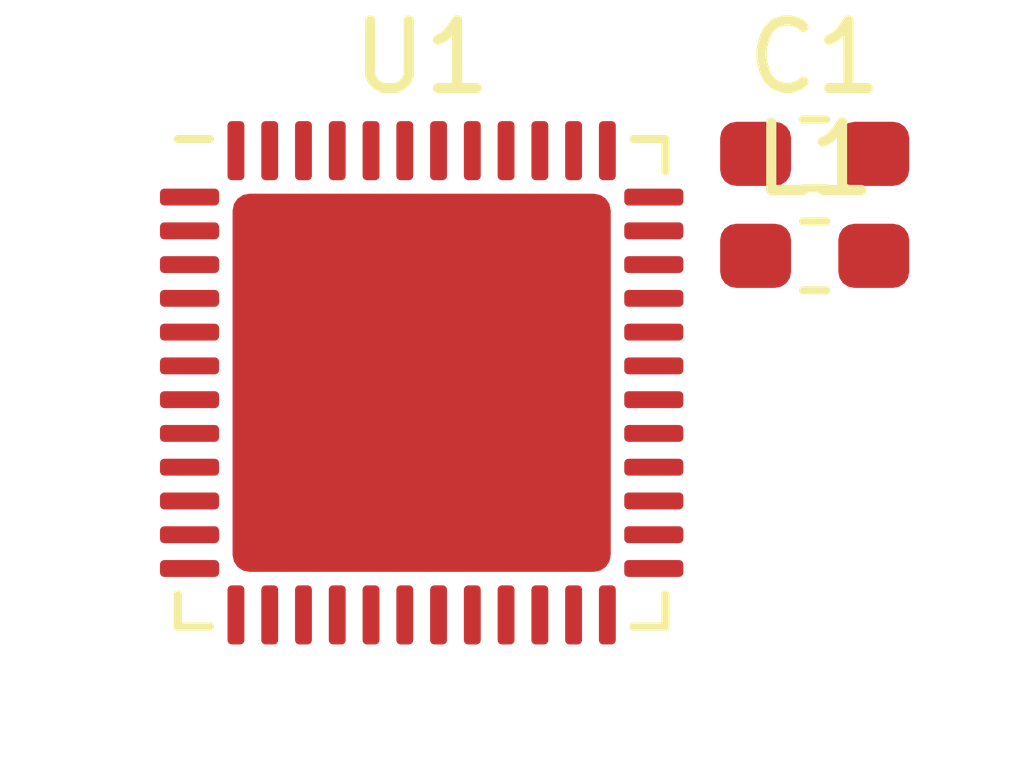
<source format=kicad_pcb>
(kicad_pcb (version 20171130) (host pcbnew 5.0.2-bee76a0~70~ubuntu18.04.1)

  (general
    (thickness 1.6)
    (drawings 0)
    (tracks 0)
    (zones 0)
    (modules 3)
    (nets 2)
  )

  (page A4)
  (layers
    (0 F.Cu signal)
    (31 B.Cu signal)
    (32 B.Adhes user)
    (33 F.Adhes user)
    (34 B.Paste user)
    (35 F.Paste user)
    (36 B.SilkS user)
    (37 F.SilkS user)
    (38 B.Mask user)
    (39 F.Mask user)
    (40 Dwgs.User user)
    (41 Cmts.User user)
    (42 Eco1.User user)
    (43 Eco2.User user)
    (44 Edge.Cuts user)
    (45 Margin user)
    (46 B.CrtYd user)
    (47 F.CrtYd user)
    (48 B.Fab user)
    (49 F.Fab user)
  )

  (setup
    (last_trace_width 0.25)
    (trace_clearance 0.2)
    (zone_clearance 0.508)
    (zone_45_only no)
    (trace_min 0.2)
    (segment_width 0.2)
    (edge_width 0.15)
    (via_size 0.8)
    (via_drill 0.4)
    (via_min_size 0.4)
    (via_min_drill 0.3)
    (uvia_size 0.3)
    (uvia_drill 0.1)
    (uvias_allowed no)
    (uvia_min_size 0.2)
    (uvia_min_drill 0.1)
    (pcb_text_width 0.3)
    (pcb_text_size 1.5 1.5)
    (mod_edge_width 0.15)
    (mod_text_size 1 1)
    (mod_text_width 0.15)
    (pad_size 1.524 1.524)
    (pad_drill 0.762)
    (pad_to_mask_clearance 0.051)
    (solder_mask_min_width 0.25)
    (aux_axis_origin 0 0)
    (visible_elements FFFFFF7F)
    (pcbplotparams
      (layerselection 0x010fc_ffffffff)
      (usegerberextensions false)
      (usegerberattributes false)
      (usegerberadvancedattributes false)
      (creategerberjobfile false)
      (excludeedgelayer true)
      (linewidth 0.100000)
      (plotframeref false)
      (viasonmask false)
      (mode 1)
      (useauxorigin false)
      (hpglpennumber 1)
      (hpglpenspeed 20)
      (hpglpendiameter 15.000000)
      (psnegative false)
      (psa4output false)
      (plotreference true)
      (plotvalue true)
      (plotinvisibletext false)
      (padsonsilk false)
      (subtractmaskfromsilk false)
      (outputformat 1)
      (mirror false)
      (drillshape 1)
      (scaleselection 1)
      (outputdirectory ""))
  )

  (net 0 "")
  (net 1 "Net-(C1-Pad1)")

  (net_class Default "This is the default net class."
    (clearance 0.2)
    (trace_width 0.25)
    (via_dia 0.8)
    (via_drill 0.4)
    (uvia_dia 0.3)
    (uvia_drill 0.1)
    (add_net "Net-(C1-Pad1)")
  )

  (module Capacitor_SMD:C_0603_1608Metric_Pad1.05x0.95mm_HandSolder (layer F.Cu) (tedit 5B301BBE) (tstamp 5D6B40CE)
    (at 125.535001 33.775001)
    (descr "Capacitor SMD 0603 (1608 Metric), square (rectangular) end terminal, IPC_7351 nominal with elongated pad for handsoldering. (Body size source: http://www.tortai-tech.com/upload/download/2011102023233369053.pdf), generated with kicad-footprint-generator")
    (tags "capacitor handsolder")
    (path /5D5EB148)
    (attr smd)
    (fp_text reference C1 (at 0 -1.43) (layer F.SilkS)
      (effects (font (size 1 1) (thickness 0.15)))
    )
    (fp_text value C_Small (at 0 1.43) (layer F.Fab)
      (effects (font (size 1 1) (thickness 0.15)))
    )
    (fp_line (start -0.8 0.4) (end -0.8 -0.4) (layer F.Fab) (width 0.1))
    (fp_line (start -0.8 -0.4) (end 0.8 -0.4) (layer F.Fab) (width 0.1))
    (fp_line (start 0.8 -0.4) (end 0.8 0.4) (layer F.Fab) (width 0.1))
    (fp_line (start 0.8 0.4) (end -0.8 0.4) (layer F.Fab) (width 0.1))
    (fp_line (start -0.171267 -0.51) (end 0.171267 -0.51) (layer F.SilkS) (width 0.12))
    (fp_line (start -0.171267 0.51) (end 0.171267 0.51) (layer F.SilkS) (width 0.12))
    (fp_line (start -1.65 0.73) (end -1.65 -0.73) (layer F.CrtYd) (width 0.05))
    (fp_line (start -1.65 -0.73) (end 1.65 -0.73) (layer F.CrtYd) (width 0.05))
    (fp_line (start 1.65 -0.73) (end 1.65 0.73) (layer F.CrtYd) (width 0.05))
    (fp_line (start 1.65 0.73) (end -1.65 0.73) (layer F.CrtYd) (width 0.05))
    (fp_text user %R (at 0 0) (layer F.Fab)
      (effects (font (size 0.4 0.4) (thickness 0.06)))
    )
    (pad 1 smd roundrect (at -0.875 0) (size 1.05 0.95) (layers F.Cu F.Paste F.Mask) (roundrect_rratio 0.25)
      (net 1 "Net-(C1-Pad1)"))
    (pad 2 smd roundrect (at 0.875 0) (size 1.05 0.95) (layers F.Cu F.Paste F.Mask) (roundrect_rratio 0.25))
    (model ${KISYS3DMOD}/Capacitor_SMD.3dshapes/C_0603_1608Metric.wrl
      (at (xyz 0 0 0))
      (scale (xyz 1 1 1))
      (rotate (xyz 0 0 0))
    )
  )

  (module Inductor_SMD:L_0603_1608Metric_Pad1.05x0.95mm_HandSolder (layer F.Cu) (tedit 5B301BBE) (tstamp 5D6B40DF)
    (at 125.535001 35.285001)
    (descr "Capacitor SMD 0603 (1608 Metric), square (rectangular) end terminal, IPC_7351 nominal with elongated pad for handsoldering. (Body size source: http://www.tortai-tech.com/upload/download/2011102023233369053.pdf), generated with kicad-footprint-generator")
    (tags "inductor handsolder")
    (path /5D5EB0E0)
    (attr smd)
    (fp_text reference L1 (at 0 -1.43) (layer F.SilkS)
      (effects (font (size 1 1) (thickness 0.15)))
    )
    (fp_text value L_Small (at 0 1.43) (layer F.Fab)
      (effects (font (size 1 1) (thickness 0.15)))
    )
    (fp_line (start -0.8 0.4) (end -0.8 -0.4) (layer F.Fab) (width 0.1))
    (fp_line (start -0.8 -0.4) (end 0.8 -0.4) (layer F.Fab) (width 0.1))
    (fp_line (start 0.8 -0.4) (end 0.8 0.4) (layer F.Fab) (width 0.1))
    (fp_line (start 0.8 0.4) (end -0.8 0.4) (layer F.Fab) (width 0.1))
    (fp_line (start -0.171267 -0.51) (end 0.171267 -0.51) (layer F.SilkS) (width 0.12))
    (fp_line (start -0.171267 0.51) (end 0.171267 0.51) (layer F.SilkS) (width 0.12))
    (fp_line (start -1.65 0.73) (end -1.65 -0.73) (layer F.CrtYd) (width 0.05))
    (fp_line (start -1.65 -0.73) (end 1.65 -0.73) (layer F.CrtYd) (width 0.05))
    (fp_line (start 1.65 -0.73) (end 1.65 0.73) (layer F.CrtYd) (width 0.05))
    (fp_line (start 1.65 0.73) (end -1.65 0.73) (layer F.CrtYd) (width 0.05))
    (fp_text user %R (at 0 0) (layer F.Fab)
      (effects (font (size 0.4 0.4) (thickness 0.06)))
    )
    (pad 1 smd roundrect (at -0.875 0) (size 1.05 0.95) (layers F.Cu F.Paste F.Mask) (roundrect_rratio 0.25))
    (pad 2 smd roundrect (at 0.875 0) (size 1.05 0.95) (layers F.Cu F.Paste F.Mask) (roundrect_rratio 0.25)
      (net 1 "Net-(C1-Pad1)"))
    (model ${KISYS3DMOD}/Inductor_SMD.3dshapes/L_0603_1608Metric.wrl
      (at (xyz 0 0 0))
      (scale (xyz 1 1 1))
      (rotate (xyz 0 0 0))
    )
  )

  (module Package_DFN_QFN:QFN-48-1EP_7x7mm_P0.5mm_EP5.6x5.6mm (layer F.Cu) (tedit 5C26A111) (tstamp 5D6B4135)
    (at 119.715001 37.165001)
    (descr "QFN, 48 Pin (http://www.st.com/resource/en/datasheet/stm32f042k6.pdf#page=94), generated with kicad-footprint-generator ipc_dfn_qfn_generator.py")
    (tags "QFN DFN_QFN")
    (path /5D5EAF17)
    (attr smd)
    (fp_text reference U1 (at 0 -4.82) (layer F.SilkS)
      (effects (font (size 1 1) (thickness 0.15)))
    )
    (fp_text value STM32F411CEUx (at 0 4.82) (layer F.Fab)
      (effects (font (size 1 1) (thickness 0.15)))
    )
    (fp_line (start 3.135 -3.61) (end 3.61 -3.61) (layer F.SilkS) (width 0.12))
    (fp_line (start 3.61 -3.61) (end 3.61 -3.135) (layer F.SilkS) (width 0.12))
    (fp_line (start -3.135 3.61) (end -3.61 3.61) (layer F.SilkS) (width 0.12))
    (fp_line (start -3.61 3.61) (end -3.61 3.135) (layer F.SilkS) (width 0.12))
    (fp_line (start 3.135 3.61) (end 3.61 3.61) (layer F.SilkS) (width 0.12))
    (fp_line (start 3.61 3.61) (end 3.61 3.135) (layer F.SilkS) (width 0.12))
    (fp_line (start -3.135 -3.61) (end -3.61 -3.61) (layer F.SilkS) (width 0.12))
    (fp_line (start -2.5 -3.5) (end 3.5 -3.5) (layer F.Fab) (width 0.1))
    (fp_line (start 3.5 -3.5) (end 3.5 3.5) (layer F.Fab) (width 0.1))
    (fp_line (start 3.5 3.5) (end -3.5 3.5) (layer F.Fab) (width 0.1))
    (fp_line (start -3.5 3.5) (end -3.5 -2.5) (layer F.Fab) (width 0.1))
    (fp_line (start -3.5 -2.5) (end -2.5 -3.5) (layer F.Fab) (width 0.1))
    (fp_line (start -4.12 -4.12) (end -4.12 4.12) (layer F.CrtYd) (width 0.05))
    (fp_line (start -4.12 4.12) (end 4.12 4.12) (layer F.CrtYd) (width 0.05))
    (fp_line (start 4.12 4.12) (end 4.12 -4.12) (layer F.CrtYd) (width 0.05))
    (fp_line (start 4.12 -4.12) (end -4.12 -4.12) (layer F.CrtYd) (width 0.05))
    (fp_text user %R (at 0 0) (layer F.Fab)
      (effects (font (size 1 1) (thickness 0.15)))
    )
    (pad 49 smd roundrect (at 0 0) (size 5.6 5.6) (layers F.Cu F.Mask) (roundrect_rratio 0.044643))
    (pad "" smd roundrect (at -2.1 -2.1) (size 1.13 1.13) (layers F.Paste) (roundrect_rratio 0.221239))
    (pad "" smd roundrect (at -2.1 -0.7) (size 1.13 1.13) (layers F.Paste) (roundrect_rratio 0.221239))
    (pad "" smd roundrect (at -2.1 0.7) (size 1.13 1.13) (layers F.Paste) (roundrect_rratio 0.221239))
    (pad "" smd roundrect (at -2.1 2.1) (size 1.13 1.13) (layers F.Paste) (roundrect_rratio 0.221239))
    (pad "" smd roundrect (at -0.7 -2.1) (size 1.13 1.13) (layers F.Paste) (roundrect_rratio 0.221239))
    (pad "" smd roundrect (at -0.7 -0.7) (size 1.13 1.13) (layers F.Paste) (roundrect_rratio 0.221239))
    (pad "" smd roundrect (at -0.7 0.7) (size 1.13 1.13) (layers F.Paste) (roundrect_rratio 0.221239))
    (pad "" smd roundrect (at -0.7 2.1) (size 1.13 1.13) (layers F.Paste) (roundrect_rratio 0.221239))
    (pad "" smd roundrect (at 0.7 -2.1) (size 1.13 1.13) (layers F.Paste) (roundrect_rratio 0.221239))
    (pad "" smd roundrect (at 0.7 -0.7) (size 1.13 1.13) (layers F.Paste) (roundrect_rratio 0.221239))
    (pad "" smd roundrect (at 0.7 0.7) (size 1.13 1.13) (layers F.Paste) (roundrect_rratio 0.221239))
    (pad "" smd roundrect (at 0.7 2.1) (size 1.13 1.13) (layers F.Paste) (roundrect_rratio 0.221239))
    (pad "" smd roundrect (at 2.1 -2.1) (size 1.13 1.13) (layers F.Paste) (roundrect_rratio 0.221239))
    (pad "" smd roundrect (at 2.1 -0.7) (size 1.13 1.13) (layers F.Paste) (roundrect_rratio 0.221239))
    (pad "" smd roundrect (at 2.1 0.7) (size 1.13 1.13) (layers F.Paste) (roundrect_rratio 0.221239))
    (pad "" smd roundrect (at 2.1 2.1) (size 1.13 1.13) (layers F.Paste) (roundrect_rratio 0.221239))
    (pad 1 smd roundrect (at -3.4375 -2.75) (size 0.875 0.25) (layers F.Cu F.Paste F.Mask) (roundrect_rratio 0.25))
    (pad 2 smd roundrect (at -3.4375 -2.25) (size 0.875 0.25) (layers F.Cu F.Paste F.Mask) (roundrect_rratio 0.25))
    (pad 3 smd roundrect (at -3.4375 -1.75) (size 0.875 0.25) (layers F.Cu F.Paste F.Mask) (roundrect_rratio 0.25))
    (pad 4 smd roundrect (at -3.4375 -1.25) (size 0.875 0.25) (layers F.Cu F.Paste F.Mask) (roundrect_rratio 0.25))
    (pad 5 smd roundrect (at -3.4375 -0.75) (size 0.875 0.25) (layers F.Cu F.Paste F.Mask) (roundrect_rratio 0.25))
    (pad 6 smd roundrect (at -3.4375 -0.25) (size 0.875 0.25) (layers F.Cu F.Paste F.Mask) (roundrect_rratio 0.25))
    (pad 7 smd roundrect (at -3.4375 0.25) (size 0.875 0.25) (layers F.Cu F.Paste F.Mask) (roundrect_rratio 0.25))
    (pad 8 smd roundrect (at -3.4375 0.75) (size 0.875 0.25) (layers F.Cu F.Paste F.Mask) (roundrect_rratio 0.25))
    (pad 9 smd roundrect (at -3.4375 1.25) (size 0.875 0.25) (layers F.Cu F.Paste F.Mask) (roundrect_rratio 0.25)
      (net 1 "Net-(C1-Pad1)"))
    (pad 10 smd roundrect (at -3.4375 1.75) (size 0.875 0.25) (layers F.Cu F.Paste F.Mask) (roundrect_rratio 0.25))
    (pad 11 smd roundrect (at -3.4375 2.25) (size 0.875 0.25) (layers F.Cu F.Paste F.Mask) (roundrect_rratio 0.25))
    (pad 12 smd roundrect (at -3.4375 2.75) (size 0.875 0.25) (layers F.Cu F.Paste F.Mask) (roundrect_rratio 0.25))
    (pad 13 smd roundrect (at -2.75 3.4375) (size 0.25 0.875) (layers F.Cu F.Paste F.Mask) (roundrect_rratio 0.25))
    (pad 14 smd roundrect (at -2.25 3.4375) (size 0.25 0.875) (layers F.Cu F.Paste F.Mask) (roundrect_rratio 0.25))
    (pad 15 smd roundrect (at -1.75 3.4375) (size 0.25 0.875) (layers F.Cu F.Paste F.Mask) (roundrect_rratio 0.25))
    (pad 16 smd roundrect (at -1.25 3.4375) (size 0.25 0.875) (layers F.Cu F.Paste F.Mask) (roundrect_rratio 0.25))
    (pad 17 smd roundrect (at -0.75 3.4375) (size 0.25 0.875) (layers F.Cu F.Paste F.Mask) (roundrect_rratio 0.25))
    (pad 18 smd roundrect (at -0.25 3.4375) (size 0.25 0.875) (layers F.Cu F.Paste F.Mask) (roundrect_rratio 0.25))
    (pad 19 smd roundrect (at 0.25 3.4375) (size 0.25 0.875) (layers F.Cu F.Paste F.Mask) (roundrect_rratio 0.25))
    (pad 20 smd roundrect (at 0.75 3.4375) (size 0.25 0.875) (layers F.Cu F.Paste F.Mask) (roundrect_rratio 0.25))
    (pad 21 smd roundrect (at 1.25 3.4375) (size 0.25 0.875) (layers F.Cu F.Paste F.Mask) (roundrect_rratio 0.25))
    (pad 22 smd roundrect (at 1.75 3.4375) (size 0.25 0.875) (layers F.Cu F.Paste F.Mask) (roundrect_rratio 0.25))
    (pad 23 smd roundrect (at 2.25 3.4375) (size 0.25 0.875) (layers F.Cu F.Paste F.Mask) (roundrect_rratio 0.25))
    (pad 24 smd roundrect (at 2.75 3.4375) (size 0.25 0.875) (layers F.Cu F.Paste F.Mask) (roundrect_rratio 0.25))
    (pad 25 smd roundrect (at 3.4375 2.75) (size 0.875 0.25) (layers F.Cu F.Paste F.Mask) (roundrect_rratio 0.25))
    (pad 26 smd roundrect (at 3.4375 2.25) (size 0.875 0.25) (layers F.Cu F.Paste F.Mask) (roundrect_rratio 0.25))
    (pad 27 smd roundrect (at 3.4375 1.75) (size 0.875 0.25) (layers F.Cu F.Paste F.Mask) (roundrect_rratio 0.25))
    (pad 28 smd roundrect (at 3.4375 1.25) (size 0.875 0.25) (layers F.Cu F.Paste F.Mask) (roundrect_rratio 0.25))
    (pad 29 smd roundrect (at 3.4375 0.75) (size 0.875 0.25) (layers F.Cu F.Paste F.Mask) (roundrect_rratio 0.25))
    (pad 30 smd roundrect (at 3.4375 0.25) (size 0.875 0.25) (layers F.Cu F.Paste F.Mask) (roundrect_rratio 0.25))
    (pad 31 smd roundrect (at 3.4375 -0.25) (size 0.875 0.25) (layers F.Cu F.Paste F.Mask) (roundrect_rratio 0.25))
    (pad 32 smd roundrect (at 3.4375 -0.75) (size 0.875 0.25) (layers F.Cu F.Paste F.Mask) (roundrect_rratio 0.25))
    (pad 33 smd roundrect (at 3.4375 -1.25) (size 0.875 0.25) (layers F.Cu F.Paste F.Mask) (roundrect_rratio 0.25))
    (pad 34 smd roundrect (at 3.4375 -1.75) (size 0.875 0.25) (layers F.Cu F.Paste F.Mask) (roundrect_rratio 0.25))
    (pad 35 smd roundrect (at 3.4375 -2.25) (size 0.875 0.25) (layers F.Cu F.Paste F.Mask) (roundrect_rratio 0.25))
    (pad 36 smd roundrect (at 3.4375 -2.75) (size 0.875 0.25) (layers F.Cu F.Paste F.Mask) (roundrect_rratio 0.25))
    (pad 37 smd roundrect (at 2.75 -3.4375) (size 0.25 0.875) (layers F.Cu F.Paste F.Mask) (roundrect_rratio 0.25))
    (pad 38 smd roundrect (at 2.25 -3.4375) (size 0.25 0.875) (layers F.Cu F.Paste F.Mask) (roundrect_rratio 0.25))
    (pad 39 smd roundrect (at 1.75 -3.4375) (size 0.25 0.875) (layers F.Cu F.Paste F.Mask) (roundrect_rratio 0.25))
    (pad 40 smd roundrect (at 1.25 -3.4375) (size 0.25 0.875) (layers F.Cu F.Paste F.Mask) (roundrect_rratio 0.25))
    (pad 41 smd roundrect (at 0.75 -3.4375) (size 0.25 0.875) (layers F.Cu F.Paste F.Mask) (roundrect_rratio 0.25))
    (pad 42 smd roundrect (at 0.25 -3.4375) (size 0.25 0.875) (layers F.Cu F.Paste F.Mask) (roundrect_rratio 0.25))
    (pad 43 smd roundrect (at -0.25 -3.4375) (size 0.25 0.875) (layers F.Cu F.Paste F.Mask) (roundrect_rratio 0.25))
    (pad 44 smd roundrect (at -0.75 -3.4375) (size 0.25 0.875) (layers F.Cu F.Paste F.Mask) (roundrect_rratio 0.25))
    (pad 45 smd roundrect (at -1.25 -3.4375) (size 0.25 0.875) (layers F.Cu F.Paste F.Mask) (roundrect_rratio 0.25))
    (pad 46 smd roundrect (at -1.75 -3.4375) (size 0.25 0.875) (layers F.Cu F.Paste F.Mask) (roundrect_rratio 0.25))
    (pad 47 smd roundrect (at -2.25 -3.4375) (size 0.25 0.875) (layers F.Cu F.Paste F.Mask) (roundrect_rratio 0.25))
    (pad 48 smd roundrect (at -2.75 -3.4375) (size 0.25 0.875) (layers F.Cu F.Paste F.Mask) (roundrect_rratio 0.25))
    (model ${KISYS3DMOD}/Package_DFN_QFN.3dshapes/QFN-48-1EP_7x7mm_P0.5mm_EP5.6x5.6mm.wrl
      (at (xyz 0 0 0))
      (scale (xyz 1 1 1))
      (rotate (xyz 0 0 0))
    )
  )

)

</source>
